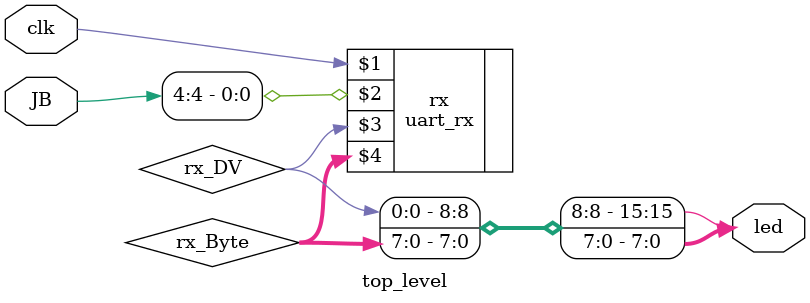
<source format=v>
`timescale 1ns / 1ps

module top_level(
    clk,
    led,
    JB
    );

    input clk;                    // 100Mhz onboard clock
    input[5:3] JB;
    output[15:0] led;
    
    wire rx_DV;
    wire tx_DV; 
    wire[7:0] rx_Byte;
    
    uart_rx #(87) rx(clk, JB[4], rx_DV, rx_Byte);
//    uart_tx tx(clk, , JB[4], rx_DV, rx_Byte);
    
    
//      (
//     input       i_Clock,
//     input       i_Tx_DV,
//     input [7:0] i_Tx_Byte, 
//     output      o_Tx_Active,
//     output reg  o_Tx_Serial,
//     output      o_Tx_Done
//     );

    assign led[7:0] = rx_Byte;
    assign led[15] = rx_DV;

endmodule
</source>
